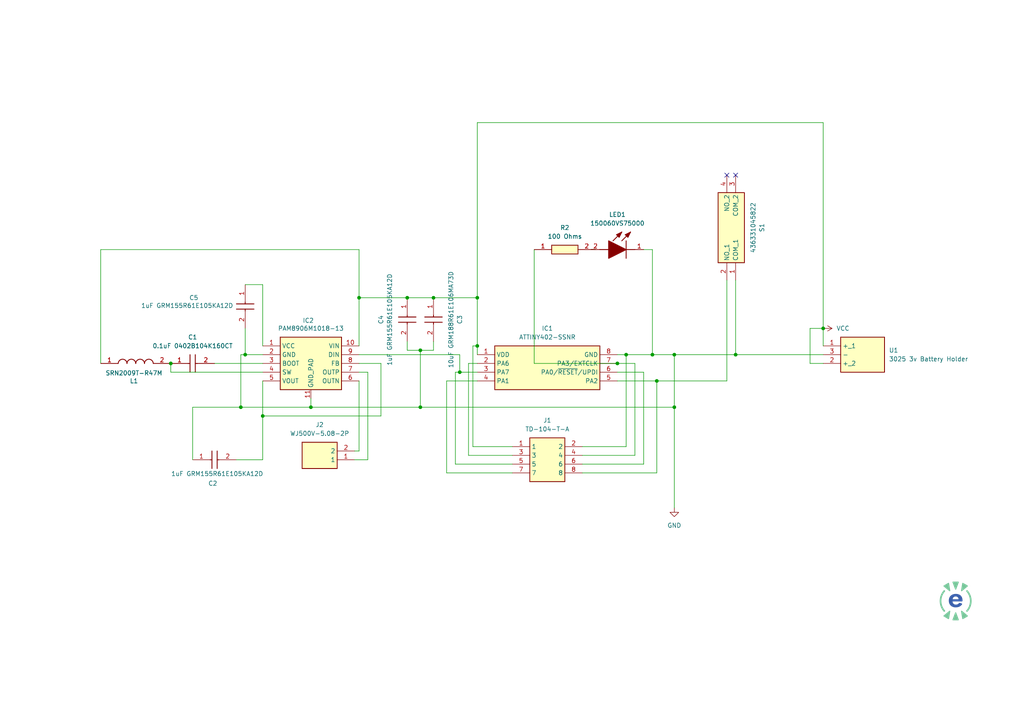
<source format=kicad_sch>
(kicad_sch (version 20231120) (generator "eeschema") (generator_version "8.0")
  (paper "A4")
  (title_block (title "Sound Defense Dev Board") (date "2024-11-14") (rev "v2.0") (company "Creative Engineering LLC") (comment 1 "creativeengineering.com") (comment 2 "Prepared by: Carl Ranieri") (comment 4 "Client: Mandy Howland"))
  (lib_symbols
    (symbol "SD_LIB:150060VS75000" (pin_names hide)
      (property "Reference" "LED" (at 12.7 8.89 0))
      (property "Value" "150060VS75000" (at 12.7 6.35 0))
      (symbol "150060VS75000_1_1"
        (pin passive line (at 0 0 0) (length 2.54) (name "K") (number "1"))
        (pin passive line (at 15.24 0 180) (length 2.54) (name "A") (number "2"))
      )
    )
    (symbol "SD_LIB:RC0402FR-07100RL" (pin_names hide)
      (property "Reference" "R" (at 13.97 6.35 0))
      (property "Value" "RC0402FR-07100RL" (at 13.97 3.81 0))
      (symbol "RC0402FR-07100RL_1_1"
        (pin passive line (at 0 0 0) (length 5.08) (name "1") (number "1"))
        (pin passive line (at 17.78 0 180) (length 5.08) (name "2") (number "2"))
      )
    )
    (symbol "Symbols:0402B104K160CT" (pin_names hide)
      (property "Reference" "C" (at 8.89 6.35 0))
      (property "Value" "0402B104K160CT" (at 8.89 3.81 0))
      (symbol "0402B104K160CT_1_1"
        (pin passive line (at 0 0 0) (length 5.08) (name "1") (number "1"))
        (pin passive line (at 12.7 0 180) (length 5.08) (name "2") (number "2"))
      )
    )
    (symbol "Symbols:3025"
      (property "Reference" "U" (at 19.05 7.62 0))
      (property "Value" "3025" (at 19.05 5.08 0))
      (symbol "3025_1_1"
        (pin passive line (at 0 0 0) (length 5.08) (name "+_1") (number "1"))
        (pin passive line (at 0 -5.08 0) (length 5.08) (name "+_2") (number "2"))
        (pin passive line (at 0 -2.54 0) (length 5.08) (name "-") (number "3"))
      )
    )
    (symbol "Symbols:436331045822"
      (property "Reference" "S" (at 26.67 7.62 0))
      (property "Value" "436331045822" (at 26.67 5.08 0))
      (symbol "436331045822_1_1"
        (pin passive line (at 30.48 0 180) (length 5.08) (name "COM_1") (number "1"))
        (pin passive line (at 30.48 -2.54 180) (length 5.08) (name "NO_1") (number "2"))
        (pin passive line (at 0 0 0) (length 5.08) (name "COM_2") (number "3"))
        (pin passive line (at 0 -2.54 0) (length 5.08) (name "NO_2") (number "4"))
      )
    )
    (symbol "Symbols:ATTINY402-SSNR"
      (property "Reference" "IC" (at 36.83 7.62 0))
      (property "Value" "ATTINY402-SSNR" (at 36.83 5.08 0))
      (symbol "ATTINY402-SSNR_1_1"
        (pin passive line (at 0 0 0) (length 5.08) (name "VDD") (number "1"))
        (pin passive line (at 0 -2.54 0) (length 5.08) (name "PA6") (number "2"))
        (pin passive line (at 0 -5.08 0) (length 5.08) (name "PA7") (number "3"))
        (pin passive line (at 0 -7.62 0) (length 5.08) (name "PA1") (number "4"))
        (pin passive line (at 40.64 -7.62 180) (length 5.08) (name "PA2") (number "5"))
        (pin passive line (at 40.64 -5.08 180) (length 5.08) (name "PA0/~{RESET}/UPDI") (number "6"))
        (pin passive line (at 40.64 -2.54 180) (length 5.08) (name "PA3/EXTCLK") (number "7"))
        (pin passive line (at 40.64 0 180) (length 5.08) (name "GND") (number "8"))
      )
    )
    (symbol "Symbols:GRM155R61E105KA12D" (pin_names hide)
      (property "Reference" "C" (at 8.89 6.35 0))
      (property "Value" "GRM155R61E105KA12D" (at 8.89 3.81 0))
      (symbol "GRM155R61E105KA12D_1_1"
        (pin passive line (at 0 0 0) (length 5.08) (name "1") (number "1"))
        (pin passive line (at 12.7 0 180) (length 5.08) (name "2") (number "2"))
      )
    )
    (symbol "Symbols:GRM188R61E106MA73D" (pin_names hide)
      (property "Reference" "C" (at 8.89 6.35 0))
      (property "Value" "GRM188R61E106MA73D" (at 8.89 3.81 0))
      (symbol "GRM188R61E106MA73D_1_1"
        (pin passive line (at 0 0 0) (length 5.08) (name "1") (number "1"))
        (pin passive line (at 12.7 0 180) (length 5.08) (name "2") (number "2"))
      )
    )
    (symbol "Symbols:PAM8906M1018-13"
      (property "Reference" "IC2" (at 13.208 7.366 0))
      (property "Value" "PAM8906M1018-13" (at 13.97 5.08 0))
      (symbol "PAM8906M1018-13_1_1"
        (pin passive line (at 0 0 0) (length 5.08) (name "VCC") (number "1"))
        (pin passive line (at 27.94 0 180) (length 5.08) (name "VIN") (number "10"))
        (pin input line (at 13.97 -15.24 90) (length 2.54) (name "GND_PAD") (number "11"))
        (pin passive line (at 0 -2.54 0) (length 5.08) (name "GND") (number "2"))
        (pin passive line (at 0 -5.08 0) (length 5.08) (name "BOOT") (number "3"))
        (pin passive line (at 0 -7.62 0) (length 5.08) (name "SW") (number "4"))
        (pin passive line (at 0 -10.16 0) (length 5.08) (name "VOUT") (number "5"))
        (pin passive line (at 27.94 -10.16 180) (length 5.08) (name "OUTN") (number "6"))
        (pin passive line (at 27.94 -7.62 180) (length 5.08) (name "OUTP") (number "7"))
        (pin passive line (at 27.94 -5.08 180) (length 5.08) (name "FB") (number "8"))
        (pin passive line (at 27.94 -2.54 180) (length 5.08) (name "DIN") (number "9"))
      )
    )
    (symbol "Symbols:SRN2009T-R47M" (pin_names hide)
      (property "Reference" "L" (at 16.51 6.35 0))
      (property "Value" "SRN2009T-R47M" (at 16.51 3.81 0))
      (symbol "SRN2009T-R47M_1_1"
        (pin passive line (at 0 0 0) (length 5.08) (name "1") (number "1"))
        (pin passive line (at 20.32 0 180) (length 5.08) (name "2") (number "2"))
      )
    )
    (symbol "Symbols:TD-104-T-A"
      (property "Reference" "J" (at 16.51 7.62 0))
      (property "Value" "TD-104-T-A" (at 16.51 5.08 0))
      (symbol "TD-104-T-A_1_1"
        (pin passive line (at 0 0 0) (length 5.08) (name "1") (number "1"))
        (pin passive line (at 20.32 0 180) (length 5.08) (name "2") (number "2"))
        (pin passive line (at 0 -2.54 0) (length 5.08) (name "3") (number "3"))
        (pin passive line (at 20.32 -2.54 180) (length 5.08) (name "4") (number "4"))
        (pin passive line (at 0 -5.08 0) (length 5.08) (name "5") (number "5"))
        (pin passive line (at 20.32 -5.08 180) (length 5.08) (name "6") (number "6"))
        (pin passive line (at 0 -7.62 0) (length 5.08) (name "7") (number "7"))
        (pin passive line (at 20.32 -7.62 180) (length 5.08) (name "8") (number "8"))
      )
    )
    (symbol "Symbols:WJ500V-5.08-2P"
      (property "Reference" "J" (at 16.51 7.62 0))
      (property "Value" "WJ500V-5.08-2P" (at 16.51 5.08 0))
      (symbol "WJ500V-5.08-2P_1_1"
        (pin passive line (at 0 0 0) (length 5.08) (name "1") (number "1"))
        (pin passive line (at 0 -2.54 0) (length 5.08) (name "2") (number "2"))
      )
    )
    (symbol "power:GND" (power) (pin_numbers hide) (pin_names (offset 0) hide)
      (property "Value" "GND" (at 0 -3.81 0))
      (symbol "GND_1_1"
        (pin power_in line (at 0 0 270) (length 0) (name "~") (number "1"))
      )
    )
    (symbol "power:VCC" (power) (pin_numbers hide) (pin_names (offset 0) hide)
      (property "Value" "VCC" (at 0 3.556 0))
      (symbol "VCC_1_1"
        (pin power_in line (at 0 0 90) (length 0) (name "~") (number "1"))
      )
    )
  )
  (junction (at 76.2 120.65))
  (junction (at 238.76 95.25))
  (junction (at 49.53 105.41))
  (junction (at 69.85 118.11))
  (junction (at 138.43 100.33))
  (junction (at 190.5 110.49))
  (junction (at 71.12 102.87))
  (junction (at 181.61 102.87))
  (junction (at 213.36 102.87))
  (junction (at 90.17 118.11))
  (junction (at 189.23 102.87))
  (junction (at 118.11 86.36))
  (junction (at 121.92 101.6))
  (junction (at 133.35 107.95))
  (junction (at 125.73 86.36))
  (junction (at 195.58 102.87))
  (junction (at 121.92 118.11))
  (junction (at 179.07 105.41))
  (junction (at 195.58 118.11))
  (junction (at 104.14 86.36))
  (junction (at 138.43 86.36))
  (no_connect (at 213.36 50.8))
  (no_connect (at 210.82 50.8))
  (wire (pts (xy 104.14 130.81) (xy 102.87 130.81)))
  (wire (pts (xy 189.23 72.39) (xy 189.23 102.87)))
  (wire (pts (xy 71.12 102.87) (xy 76.2 102.87)))
  (wire (pts (xy 125.73 86.36) (xy 138.43 86.36)))
  (wire (pts (xy 179.07 102.87) (xy 181.61 102.87)))
  (wire (pts (xy 104.14 110.49) (xy 104.14 130.81)))
  (wire (pts (xy 172.72 72.39) (xy 171.45 72.39)))
  (wire (pts (xy 104.14 86.36) (xy 118.11 86.36)))
  (wire (pts (xy 168.91 134.62) (xy 186.69 134.62)))
  (wire (pts (xy 234.95 105.41) (xy 234.95 95.25)))
  (wire (pts (xy 238.76 105.41) (xy 234.95 105.41)))
  (wire (pts (xy 190.5 137.16) (xy 190.5 110.49)))
  (wire (pts (xy 106.68 133.35) (xy 106.68 107.95)))
  (wire (pts (xy 76.2 120.65) (xy 110.49 120.65)))
  (wire (pts (xy 102.87 133.35) (xy 106.68 133.35)))
  (wire (pts (xy 210.82 110.49) (xy 190.5 110.49)))
  (wire (pts (xy 148.59 137.16) (xy 129.54 137.16)))
  (wire (pts (xy 238.76 35.56) (xy 238.76 95.25)))
  (wire (pts (xy 135.89 132.08) (xy 135.89 105.41)))
  (wire (pts (xy 138.43 100.33) (xy 138.43 102.87)))
  (wire (pts (xy 138.43 105.41) (xy 135.89 105.41)))
  (wire (pts (xy 106.68 107.95) (xy 104.14 107.95)))
  (wire (pts (xy 148.59 129.54) (xy 137.16 129.54)))
  (wire (pts (xy 137.16 129.54) (xy 137.16 100.33)))
  (wire (pts (xy 190.5 110.49) (xy 179.07 110.49)))
  (wire (pts (xy 195.58 102.87) (xy 195.58 118.11)))
  (wire (pts (xy 121.92 101.6) (xy 125.73 101.6)))
  (wire (pts (xy 168.91 129.54) (xy 181.61 129.54)))
  (wire (pts (xy 195.58 102.87) (xy 213.36 102.87)))
  (wire (pts (xy 168.91 132.08) (xy 184.15 132.08)))
  (wire (pts (xy 110.49 105.41) (xy 104.14 105.41)))
  (wire (pts (xy 76.2 100.33) (xy 76.2 82.55)))
  (wire (pts (xy 181.61 129.54) (xy 181.61 102.87)))
  (wire (pts (xy 213.36 81.28) (xy 213.36 102.87)))
  (wire (pts (xy 62.23 105.41) (xy 76.2 105.41)))
  (wire (pts (xy 90.17 115.57) (xy 90.17 118.11)))
  (wire (pts (xy 133.35 107.95) (xy 138.43 107.95)))
  (wire (pts (xy 76.2 120.65) (xy 76.2 110.49)))
  (wire (pts (xy 186.69 107.95) (xy 179.07 107.95)))
  (wire (pts (xy 186.69 72.39) (xy 189.23 72.39)))
  (wire (pts (xy 129.54 137.16) (xy 129.54 110.49)))
  (wire (pts (xy 49.53 105.41) (xy 49.53 107.95)))
  (wire (pts (xy 168.91 137.16) (xy 190.5 137.16)))
  (wire (pts (xy 104.14 86.36) (xy 104.14 100.33)))
  (wire (pts (xy 55.88 118.11) (xy 69.85 118.11)))
  (wire (pts (xy 121.92 118.11) (xy 195.58 118.11)))
  (wire (pts (xy 137.16 100.33) (xy 138.43 100.33)))
  (wire (pts (xy 29.21 105.41) (xy 29.21 72.39)))
  (wire (pts (xy 154.94 72.39) (xy 154.94 105.41)))
  (wire (pts (xy 121.92 101.6) (xy 121.92 118.11)))
  (wire (pts (xy 138.43 86.36) (xy 138.43 100.33)))
  (wire (pts (xy 55.88 133.35) (xy 55.88 118.11)))
  (wire (pts (xy 148.59 134.62) (xy 132.08 134.62)))
  (wire (pts (xy 76.2 82.55) (xy 71.12 82.55)))
  (wire (pts (xy 238.76 95.25) (xy 238.76 100.33)))
  (wire (pts (xy 132.08 107.95) (xy 133.35 107.95)))
  (wire (pts (xy 125.73 99.06) (xy 125.73 101.6)))
  (wire (pts (xy 76.2 107.95) (xy 49.53 107.95)))
  (wire (pts (xy 129.54 110.49) (xy 138.43 110.49)))
  (wire (pts (xy 132.08 134.62) (xy 132.08 107.95)))
  (wire (pts (xy 154.94 105.41) (xy 179.07 105.41)))
  (wire (pts (xy 179.07 105.41) (xy 184.15 105.41)))
  (wire (pts (xy 110.49 120.65) (xy 110.49 105.41)))
  (wire (pts (xy 104.14 102.87) (xy 133.35 102.87)))
  (wire (pts (xy 138.43 35.56) (xy 138.43 86.36)))
  (wire (pts (xy 133.35 102.87) (xy 133.35 107.95)))
  (wire (pts (xy 69.85 102.87) (xy 69.85 118.11)))
  (wire (pts (xy 69.85 118.11) (xy 90.17 118.11)))
  (wire (pts (xy 213.36 102.87) (xy 238.76 102.87)))
  (wire (pts (xy 104.14 72.39) (xy 104.14 86.36)))
  (wire (pts (xy 118.11 101.6) (xy 121.92 101.6)))
  (wire (pts (xy 195.58 118.11) (xy 195.58 147.32)))
  (wire (pts (xy 210.82 81.28) (xy 210.82 110.49)))
  (wire (pts (xy 90.17 118.11) (xy 121.92 118.11)))
  (wire (pts (xy 118.11 99.06) (xy 118.11 101.6)))
  (wire (pts (xy 184.15 132.08) (xy 184.15 105.41)))
  (wire (pts (xy 29.21 72.39) (xy 104.14 72.39)))
  (wire (pts (xy 68.58 133.35) (xy 76.2 133.35)))
  (wire (pts (xy 189.23 102.87) (xy 195.58 102.87)))
  (wire (pts (xy 186.69 134.62) (xy 186.69 107.95)))
  (wire (pts (xy 76.2 133.35) (xy 76.2 120.65)))
  (wire (pts (xy 234.95 95.25) (xy 238.76 95.25)))
  (wire (pts (xy 118.11 86.36) (xy 125.73 86.36)))
  (wire (pts (xy 71.12 102.87) (xy 69.85 102.87)))
  (wire (pts (xy 148.59 132.08) (xy 135.89 132.08)))
  (wire (pts (xy 238.76 35.56) (xy 138.43 35.56)))
  (wire (pts (xy 71.12 95.25) (xy 71.12 102.87)))
  (wire (pts (xy 181.61 102.87) (xy 189.23 102.87)))
  (polyline (pts (xy 275.4814 177.1289) (xy 275.4922 177.1313) (xy 275.503 177.1337) (xy 275.5126 177.1373) (xy 275.5234 177.1409) (xy 275.533 177.1457) (xy 275.5426 177.1517) (xy 275.551 177.1577) (xy 275.5594 177.1637) (xy 275.5678 177.1709) (xy 275.575 177.1793) (xy 275.5823 177.1865) (xy 275.5894 177.1949) (xy 275.5954 177.2045) (xy 275.6003 177.2141) (xy 275.6099 177.2333) (xy 275.6135 177.2441) (xy 275.6159 177.2537) (xy 275.6183 177.2645) (xy 275.6195 177.2753) (xy 275.6195 177.3078) (xy 275.6183 177.3185) (xy 275.2654 179.4347) (xy 275.2642 179.4455) (xy 275.257 179.4672) (xy 275.2534 179.4767) (xy 275.2486 179.4864) (xy 275.2426 179.496) (xy 275.2365 179.5056) (xy 275.2293 179.514) (xy 275.2221 179.5224) (xy 275.2137 179.5296) (xy 275.2065 179.5368) (xy 275.1969 179.544) (xy 275.1885 179.5488) (xy 275.1789 179.5548) (xy 275.1681 179.5596) (xy 275.1585 179.5632) (xy 275.1477 179.5668) (xy 275.1369 179.5692) (xy 275.1261 179.5716) (xy 275.1153 179.5728) (xy 275.0937 179.5728) (xy 275.0721 179.5704) (xy 275.0613 179.568) (xy 275.0505 179.5644) (xy 275.0397 179.5608) (xy 275.0301 179.556) (xy 275.0205 179.5512) (xy 273.7157 178.7974) (xy 273.7061 178.7914) (xy 273.6977 178.7854) (xy 273.6893 178.7782) (xy 273.6809 178.771) (xy 273.6737 178.7626) (xy 273.6665 178.7541) (xy 273.6605 178.7458) (xy 273.6545 178.7361) (xy 273.6497 178.7265) (xy 273.6449 178.7157) (xy 273.6413 178.7061) (xy 273.6377 178.6953) (xy 273.6353 178.6845) (xy 273.6329 178.6629) (xy 273.6329 178.6521) (xy 273.6341 178.6401) (xy 273.6365 178.6185) (xy 273.6401 178.6089) (xy 273.6473 178.5873) (xy 273.6521 178.5777) (xy 273.6569 178.5681) (xy 273.6629 178.5585) (xy 273.6701 178.5501) (xy 273.6773 178.5417) (xy 273.6845 178.5345) (xy 273.6929 178.5273) (xy 275.3494 177.1637) (xy 275.3578 177.1577) (xy 275.3674 177.1517) (xy 275.377 177.1457) (xy 275.3866 177.1409) (xy 275.3962 177.1373) (xy 275.407 177.1337) (xy 275.4166 177.1313) (xy 275.4274 177.1289) (xy 275.449 177.1265) (xy 275.4598 177.1265) (xy 275.4814 177.1289)) (stroke (width -0.0001) (type solid)) (fill (type color) (color 120 197 154 1)))
  (polyline (pts (xy 273.9606 171.1837) (xy 274.0038 171.2029) (xy 274.0434 171.2317) (xy 274.1034 171.3097) (xy 274.1202 171.3541) (xy 274.1274 171.4021) (xy 274.1142 171.4993) (xy 274.0662 171.5822) (xy 274.0314 171.623) (xy 273.9966 171.6638) (xy 273.9618 171.7058) (xy 273.9282 171.7478) (xy 273.8946 171.791) (xy 273.8622 171.8342) (xy 273.8298 171.8775) (xy 273.7673 171.9663) (xy 273.7373 172.0107) (xy 273.7073 172.0563) (xy 273.6497 172.1475) (xy 273.6221 172.1943) (xy 273.5945 172.2412) (xy 273.5681 172.288) (xy 273.5417 172.3348) (xy 273.5165 172.3828) (xy 273.4913 172.4308) (xy 273.4673 172.4788) (xy 273.4432 172.528) (xy 273.4204 172.5772) (xy 273.3988 172.6265) (xy 273.376 172.6757) (xy 273.3556 172.7261) (xy 273.3352 172.7753) (xy 273.316 172.8257) (xy 273.2968 172.8773) (xy 273.2776 172.9277) (xy 273.2608 172.9794) (xy 273.2428 173.031) (xy 273.2272 173.0814) (xy 273.2116 173.1342) (xy 273.196 173.1858) (xy 273.1816 173.2374) (xy 273.1684 173.2902) (xy 273.1552 173.3431) (xy 273.1432 173.3959) (xy 273.1312 173.4487) (xy 273.1204 173.5015) (xy 273.1108 173.5543) (xy 273.1012 173.6071) (xy 273.0915 173.6612) (xy 273.0843 173.7152) (xy 273.0759 173.768) (xy 273.0699 173.822) (xy 273.0579 173.93) (xy 273.0543 173.9828) (xy 273.0495 174.0369) (xy 273.0471 174.0909) (xy 273.0423 174.1989) (xy 273.0411 174.2541) (xy 273.0411 174.3621) (xy 273.0423 174.4162) (xy 273.0447 174.4702) (xy 273.0471 174.5242) (xy 273.0495 174.5782) (xy 273.0543 174.6322) (xy 273.0579 174.6862) (xy 273.0639 174.7403) (xy 273.0699 174.7931) (xy 273.0759 174.8471) (xy 273.0843 174.9011) (xy 273.0915 174.9539) (xy 273.1012 175.0079) (xy 273.1108 175.0607) (xy 273.1204 175.1136) (xy 273.1312 175.1676) (xy 273.1432 175.2204) (xy 273.1552 175.2732) (xy 273.1684 175.3248) (xy 273.1816 175.3776) (xy 273.196 175.4292) (xy 273.2116 175.4821) (xy 273.2272 175.5337) (xy 273.2428 175.5853) (xy 273.2608 175.6369) (xy 273.2776 175.6873) (xy 273.2968 175.7389) (xy 273.316 175.7893) (xy 273.3352 175.8398) (xy 273.3556 175.889) (xy 273.376 175.9394) (xy 273.3988 175.9886) (xy 273.4204 176.0378) (xy 273.4432 176.087) (xy 273.4673 176.1362) (xy 273.4913 176.1842) (xy 273.5165 176.2323) (xy 273.5417 176.2803) (xy 273.5681 176.3271) (xy 273.5945 176.3751) (xy 273.6221 176.4219) (xy 273.6497 176.4675) (xy 273.7073 176.5588) (xy 273.7373 176.6044) (xy 273.7673 176.6488) (xy 273.8298 176.7376) (xy 273.8946 176.824) (xy 273.9282 176.8672) (xy 273.9618 176.9093) (xy 273.9966 176.9513) (xy 274.0314 176.9921) (xy 274.0662 177.0329) (xy 274.1154 177.1169) (xy 274.1262 177.1637) (xy 274.1274 177.2129) (xy 274.1022 177.3078) (xy 274.077 177.3486) (xy 274.0434 177.3834) (xy 273.9582 177.4326) (xy 273.9126 177.4434) (xy 273.8634 177.4446) (xy 273.7697 177.4194) (xy 273.6929 177.3606) (xy 273.6557 177.3174) (xy 273.6197 177.2742) (xy 273.5837 177.2297) (xy 273.5477 177.1853) (xy 273.5129 177.1397) (xy 273.4781 177.0953) (xy 273.4432 177.0497) (xy 273.4108 177.0029) (xy 273.3772 176.9561) (xy 273.3448 176.9093) (xy 273.3136 176.8624) (xy 273.2824 176.8144) (xy 273.2224 176.7184) (xy 273.1924 176.6692) (xy 273.1636 176.62) (xy 273.136 176.5708) (xy 273.1084 176.5203) (xy 273.0807 176.4699) (xy 273.0543 176.4195) (xy 273.0291 176.3691) (xy 273.0039 176.3175) (xy 272.9799 176.2659) (xy 272.9559 176.2143) (xy 272.9331 176.1626) (xy 272.9103 176.1098) (xy 272.8887 176.057) (xy 272.8671 176.0042) (xy 272.8467 175.9514) (xy 272.8275 175.8986) (xy 272.8083 175.8446) (xy 272.7891 175.7905) (xy 272.7711 175.7365) (xy 272.7543 175.6825) (xy 272.7374 175.6273) (xy 272.7218 175.5733) (xy 272.7062 175.5181) (xy 272.6774 175.4076) (xy 272.6642 175.3524) (xy 272.6522 175.2972) (xy 272.6402 175.2408) (xy 272.6294 175.1856) (xy 272.6186 175.1292) (xy 272.609 175.0727) (xy 272.5994 175.0175) (xy 272.5922 174.9611) (xy 272.5838 174.9047) (xy 272.5766 174.8471) (xy 272.5706 174.7907) (xy 272.5646 174.7342) (xy 272.5598 174.6778) (xy 272.5562 174.6202) (xy 272.549 174.5074) (xy 272.5478 174.4498) (xy 272.5454 174.3934) (xy 272.5454 174.2217) (xy 272.5478 174.1653) (xy 272.549 174.1089) (xy 272.5526 174.0513) (xy 272.5562 173.9948) (xy 272.5598 173.9372) (xy 272.5646 173.8808) (xy 272.5706 173.8244) (xy 272.5766 173.768) (xy 272.5838 173.7116) (xy 272.5922 173.6551) (xy 272.5994 173.5987) (xy 272.609 173.5423) (xy 272.6186 173.4859) (xy 272.6294 173.4295) (xy 272.6402 173.3743) (xy 272.6522 173.3179) (xy 272.6642 173.2626) (xy 272.6774 173.2074) (xy 272.6918 173.1522) (xy 272.7062 173.097) (xy 272.7218 173.0418) (xy 272.7374 172.9878) (xy 272.7543 172.9325) (xy 272.7711 172.8785) (xy 272.7891 172.8245) (xy 272.8083 172.7705) (xy 272.8275 172.7177) (xy 272.8467 172.6637) (xy 272.8671 172.6109) (xy 272.8887 172.558) (xy 272.9103 172.5052) (xy 272.9331 172.4524) (xy 272.9559 172.4008) (xy 272.9799 172.3492) (xy 273.0039 172.2976) (xy 273.0291 172.246) (xy 273.0543 172.1955) (xy 273.0807 172.1451) (xy 273.136 172.0443) (xy 273.1636 171.9951) (xy 273.1924 171.9459) (xy 273.2224 171.8967) (xy 273.2524 171.8487) (xy 273.2824 171.8006) (xy 273.3136 171.7526) (xy 273.3448 171.7058) (xy 273.3772 171.659) (xy 273.4108 171.6122) (xy 273.4432 171.5666) (xy 273.4781 171.521) (xy 273.5477 171.4297) (xy 273.5837 171.3853) (xy 273.6197 171.3421) (xy 273.6557 171.2977) (xy 273.6929 171.2557) (xy 273.7697 171.1945) (xy 273.8141 171.1789) (xy 273.8634 171.1717) (xy 273.9606 171.1837)) (stroke (width -0.0001) (type solid)) (fill (type color) (color 120 197 154 1)))
  (polyline (pts (xy 277.3683 172.2615) (xy 277.5184 172.2724) (xy 277.6672 172.2916) (xy 277.8149 172.3204) (xy 277.9385 172.3516) (xy 278.0597 172.39) (xy 278.1774 172.4368) (xy 278.2914 172.492) (xy 278.4018 172.5556) (xy 278.5062 172.6277) (xy 278.6047 172.7081) (xy 278.6959 172.7969) (xy 278.7787 172.8929) (xy 278.8543 172.995) (xy 278.9204 173.103) (xy 278.978 173.217) (xy 279.0404 173.3659) (xy 279.0884 173.5207) (xy 279.1244 173.6779) (xy 279.1484 173.8376) (xy 279.1616 173.9984) (xy 279.1664 174.1605) (xy 279.1664 174.2049) (xy 279.164 174.2613) (xy 279.1604 174.2877) (xy 279.1544 174.3141) (xy 279.1448 174.3381) (xy 279.1316 174.3609) (xy 279.1148 174.3813) (xy 279.0956 174.3993) (xy 279.074 174.4149) (xy 279.05 174.427) (xy 279.0248 174.4366) (xy 278.9984 174.4426) (xy 278.972 174.445) (xy 276.2676 174.445) (xy 276.2808 174.5362) (xy 276.3 174.6262) (xy 276.324 174.715) (xy 276.3553 174.8015) (xy 276.3925 174.8855) (xy 276.4381 174.9659) (xy 276.4921 175.0403) (xy 276.5521 175.1075) (xy 276.6193 175.1676) (xy 276.6937 175.2192) (xy 276.773 175.2624) (xy 276.8582 175.2972) (xy 276.9458 175.3236) (xy 277.0358 175.3416) (xy 277.1271 175.3512) (xy 277.2195 175.3536) (xy 277.3371 175.35) (xy 277.4536 175.3368) (xy 277.5688 175.314) (xy 277.6816 175.2804) (xy 277.774 175.242) (xy 277.8617 175.194) (xy 277.9445 175.1375) (xy 278.0213 175.0727) (xy 278.0909 175.0019) (xy 278.1546 174.9251) (xy 278.1738 174.9035) (xy 278.1966 174.8843) (xy 278.2218 174.8687) (xy 278.2494 174.8579) (xy 278.2782 174.8507) (xy 278.307 174.8483) (xy 278.3358 174.8507) (xy 278.3646 174.8567) (xy 278.9096 175.0259) (xy 278.936 175.0367) (xy 278.96 175.0511) (xy 278.9816 175.0679) (xy 279.0008 175.0883) (xy 279.0164 175.1111) (xy 279.0284 175.1363) (xy 279.0368 175.1628) (xy 279.0416 175.1904) (xy 279.0416 175.218) (xy 279.0392 175.2456) (xy 279.032 175.272) (xy 279.0212 175.2972) (xy 279.0068 175.3212) (xy 278.9276 175.4244) (xy 278.8435 175.5229) (xy 278.7523 175.6153) (xy 278.6539 175.7005) (xy 278.5507 175.7785) (xy 278.4426 175.8505) (xy 278.3298 175.9142) (xy 278.1798 175.9838) (xy 278.0249 176.0402) (xy 277.8665 176.0846) (xy 277.7044 176.117) (xy 277.5412 176.1398) (xy 277.3767 176.1518) (xy 277.2123 176.1566) (xy 277.2099 176.1662) (xy 277.0562 176.1626) (xy 276.9038 176.1506) (xy 276.7526 176.129) (xy 276.6025 176.0966) (xy 276.4777 176.0618) (xy 276.3553 176.0198) (xy 276.2352 175.9682) (xy 276.12 175.9082) (xy 276.0084 175.8409) (xy 275.9015 175.7665) (xy 275.8007 175.6849) (xy 275.7071 175.5949) (xy 275.6206 175.4976) (xy 275.5402 175.3944) (xy 275.4682 175.2864) (xy 275.4058 175.1724) (xy 275.3458 175.0439) (xy 275.2954 174.9107) (xy 275.2581 174.7738) (xy 275.2293 174.6346) (xy 275.2089 174.4942) (xy 275.1969 174.3525) (xy 275.1933 174.2109) (xy 275.1969 174.0572) (xy 275.2101 173.9036) (xy 275.2268 173.798) (xy 276.2916 173.798) (xy 278.0284 173.798) (xy 278.0189 173.7056) (xy 278.0009 173.6131) (xy 277.9745 173.5231) (xy 277.9373 173.4367) (xy 277.8905 173.3551) (xy 277.8353 173.2794) (xy 277.774 173.2146) (xy 277.7056 173.157) (xy 277.6312 173.1078) (xy 277.5508 173.0682) (xy 277.4668 173.037) (xy 277.3803 173.0154) (xy 277.2915 173.0034) (xy 277.2015 172.9998) (xy 277.1043 173.0034) (xy 277.007 173.0142) (xy 276.911 173.0346) (xy 276.8186 173.0658) (xy 276.7298 173.1078) (xy 276.6469 173.1606) (xy 276.5833 173.2134) (xy 276.5257 173.2722) (xy 276.4753 173.337) (xy 276.4309 173.4067) (xy 276.3829 173.4991) (xy 276.3444 173.5963) (xy 276.3144 173.6959) (xy 276.2916 173.798) (xy 275.2268 173.798) (xy 275.2341 173.7512) (xy 275.2677 173.6011) (xy 275.305 173.4763) (xy 275.3518 173.3551) (xy 275.407 173.2362) (xy 275.4706 173.1222) (xy 275.5426 173.0142) (xy 275.623 172.9109) (xy 275.7107 172.8149) (xy 275.8067 172.7261) (xy 275.9087 172.6445) (xy 276.0168 172.5712) (xy 276.1296 172.5052) (xy 276.246 172.4476) (xy 276.3781 172.3948) (xy 276.5137 172.3504) (xy 276.6517 172.3156) (xy 276.7922 172.2904) (xy 276.9338 172.2724) (xy 277.0755 172.2615) (xy 277.2183 172.2579) (xy 277.3683 172.2615)) (stroke (width -0.0001) (type solid)) (fill (type color) (color 56 93 169 1)))
  (polyline (pts (xy 275.1153 169.0435) (xy 275.1261 169.0435) (xy 275.1369 169.0459) (xy 275.1477 169.0483) (xy 275.1585 169.0519) (xy 275.1681 169.0555) (xy 275.1789 169.0603) (xy 275.1885 169.0663) (xy 275.1969 169.0723) (xy 275.2065 169.0783) (xy 275.2137 169.0855) (xy 275.2221 169.0939) (xy 275.2293 169.1011) (xy 275.2365 169.1107) (xy 275.2425 169.1191) (xy 275.2485 169.1287) (xy 275.2533 169.1383) (xy 275.2569 169.1491) (xy 275.2605 169.1587) (xy 275.2641 169.1695) (xy 275.2653 169.1803) (xy 275.6182 171.2965) (xy 275.6194 171.3073) (xy 275.6194 171.3397) (xy 275.6182 171.3505) (xy 275.6158 171.3613) (xy 275.6134 171.3709) (xy 275.6098 171.3817) (xy 275.605 171.3913) (xy 275.6002 171.4009) (xy 275.5954 171.4105) (xy 275.5894 171.4201) (xy 275.5822 171.4285) (xy 275.575 171.4369) (xy 275.5678 171.4441) (xy 275.5594 171.4513) (xy 275.551 171.4585) (xy 275.5426 171.4633) (xy 275.533 171.4693) (xy 275.5234 171.4741) (xy 275.5126 171.4777) (xy 275.503 171.4813) (xy 275.4922 171.4849) (xy 275.4814 171.4861) (xy 275.4706 171.4885) (xy 275.4382 171.4885) (xy 275.4274 171.4861) (xy 275.4166 171.4849) (xy 275.407 171.4813) (xy 275.3962 171.4777) (xy 275.3866 171.4741) (xy 275.377 171.4693) (xy 275.3674 171.4633) (xy 275.3578 171.4573) (xy 275.3494 171.4513) (xy 273.6929 170.089) (xy 273.6845 170.0818) (xy 273.6773 170.0733) (xy 273.6701 170.065) (xy 273.6629 170.0565) (xy 273.6569 170.0469) (xy 273.6521 170.0373) (xy 273.6473 170.0277) (xy 273.6437 170.0169) (xy 273.6401 170.0073) (xy 273.6365 169.9965) (xy 273.6353 169.9857) (xy 273.6341 169.9749) (xy 273.6329 169.9641) (xy 273.6329 169.9521) (xy 273.6341 169.9413) (xy 273.6353 169.9305) (xy 273.6377 169.9197) (xy 273.6413 169.9101) (xy 273.6449 169.8993) (xy 273.6497 169.8897) (xy 273.6545 169.8789) (xy 273.6605 169.8705) (xy 273.6665 169.8609) (xy 273.6737 169.8525) (xy 273.6809 169.8441) (xy 273.6893 169.8369) (xy 273.6977 169.8297) (xy 273.7061 169.8237) (xy 273.7157 169.8177) (xy 275.0205 169.0651) (xy 275.0301 169.0591) (xy 275.0397 169.0543) (xy 275.0505 169.0507) (xy 275.0613 169.0483) (xy 275.0721 169.0459) (xy 275.0829 169.0435) (xy 275.0937 169.0423) (xy 275.1045 169.0423) (xy 275.1153 169.0435)) (stroke (width -0.0001) (type solid)) (fill (type color) (color 120 197 154 1)))
  (polyline (pts (xy 278.9168 177.1277) (xy 278.9276 177.1289) (xy 278.9384 177.1313) (xy 278.9492 177.1337) (xy 278.9684 177.1409) (xy 278.978 177.1457) (xy 278.9876 177.1517) (xy 278.9972 177.1577) (xy 279.0056 177.1637) (xy 280.662 178.5273) (xy 280.6705 178.5345) (xy 280.6777 178.5417) (xy 280.6848 178.5501) (xy 280.6921 178.5585) (xy 280.6981 178.5681) (xy 280.7029 178.5777) (xy 280.7077 178.5873) (xy 280.7125 178.5981) (xy 280.7161 178.6089) (xy 280.7185 178.6185) (xy 280.7209 178.6293) (xy 280.7221 178.6401) (xy 280.7221 178.6629) (xy 280.7209 178.6737) (xy 280.7197 178.6845) (xy 280.7173 178.6953) (xy 280.7137 178.7061) (xy 280.7101 178.7157) (xy 280.7065 178.7265) (xy 280.7005 178.7361) (xy 280.6957 178.7458) (xy 280.6885 178.7542) (xy 280.6813 178.7626) (xy 280.6741 178.771) (xy 280.6668 178.7782) (xy 280.6584 178.7854) (xy 280.6488 178.7914) (xy 280.6392 178.7974) (xy 279.3357 179.5512) (xy 279.3249 179.556) (xy 279.3153 179.5608) (xy 279.3057 179.5644) (xy 279.2949 179.568) (xy 279.2841 179.5704) (xy 279.2625 179.5728) (xy 279.2397 179.5728) (xy 279.2288 179.5716) (xy 279.218 179.5692) (xy 279.2072 179.5668) (xy 279.1976 179.5632) (xy 279.1868 179.5596) (xy 279.1772 179.5548) (xy 279.1676 179.5488) (xy 279.158 179.544) (xy 279.1496 179.5368) (xy 279.1412 179.5296) (xy 279.1328 179.5224) (xy 279.1256 179.514) (xy 279.1184 179.5056) (xy 279.1124 179.496) (xy 279.1028 179.4767) (xy 279.098 179.4672) (xy 279.0944 179.4563) (xy 279.092 179.4455) (xy 279.0896 179.4347) (xy 278.7379 177.3186) (xy 278.7367 177.3078) (xy 278.7355 177.2969) (xy 278.7355 177.2753) (xy 278.7379 177.2645) (xy 278.7391 177.2537) (xy 278.7427 177.2441) (xy 278.7463 177.2333) (xy 278.7499 177.2237) (xy 278.7547 177.2141) (xy 278.7607 177.2045) (xy 278.7655 177.1949) (xy 278.7727 177.1865) (xy 278.7799 177.1793) (xy 278.7871 177.1709) (xy 278.7955 177.1637) (xy 278.8039 177.1577) (xy 278.8135 177.1517) (xy 278.8231 177.1457) (xy 278.8327 177.1409) (xy 278.8423 177.1373) (xy 278.8531 177.1337) (xy 278.8627 177.1313) (xy 278.8735 177.1289) (xy 278.8844 177.1277) (xy 278.8952 177.1265) (xy 278.906 177.1265) (xy 278.9168 177.1277)) (stroke (width -0.0001) (type solid)) (fill (type color) (color 120 197 154 1)))
  (polyline (pts (xy 279.2733 169.0435) (xy 279.2949 169.0483) (xy 279.3057 169.0507) (xy 279.3153 169.0543) (xy 279.3249 169.0591) (xy 279.3357 169.0651) (xy 280.6392 169.8177) (xy 280.6585 169.8297) (xy 280.6669 169.8369) (xy 280.6741 169.8441) (xy 280.6813 169.8525) (xy 280.6885 169.8609) (xy 280.6957 169.8705) (xy 280.7005 169.8789) (xy 280.7065 169.8897) (xy 280.7101 169.8993) (xy 280.7137 169.9101) (xy 280.7173 169.9197) (xy 280.7197 169.9305) (xy 280.7221 169.9521) (xy 280.7221 169.9749) (xy 280.7209 169.9857) (xy 280.7185 169.9965) (xy 280.7161 170.0073) (xy 280.7125 170.0169) (xy 280.7077 170.0277) (xy 280.7029 170.0373) (xy 280.6981 170.0469) (xy 280.6921 170.0566) (xy 280.6849 170.0649) (xy 280.6777 170.0734) (xy 280.6705 170.0818) (xy 280.6621 170.089) (xy 279.0056 171.4513) (xy 278.9972 171.4573) (xy 278.9876 171.4633) (xy 278.978 171.4693) (xy 278.9684 171.4741) (xy 278.9588 171.4777) (xy 278.9492 171.4813) (xy 278.9384 171.4849) (xy 278.9276 171.4861) (xy 278.9168 171.4885) (xy 278.8844 171.4885) (xy 278.8736 171.4861) (xy 278.8628 171.4849) (xy 278.8532 171.4813) (xy 278.8424 171.4777) (xy 278.8327 171.4741) (xy 278.8231 171.4693) (xy 278.8135 171.4633) (xy 278.8039 171.4585) (xy 278.7955 171.4513) (xy 278.7871 171.4441) (xy 278.7799 171.4369) (xy 278.7727 171.4285) (xy 278.7655 171.4201) (xy 278.7607 171.4105) (xy 278.7547 171.4009) (xy 278.7499 171.3913) (xy 278.7463 171.3817) (xy 278.7427 171.3709) (xy 278.7391 171.3613) (xy 278.7379 171.3505) (xy 278.7355 171.3397) (xy 278.7355 171.3181) (xy 278.7367 171.3073) (xy 278.7379 171.2965) (xy 279.0896 169.1803) (xy 279.092 169.1695) (xy 279.0944 169.1587) (xy 279.098 169.1491) (xy 279.1028 169.1383) (xy 279.1076 169.1287) (xy 279.1124 169.1191) (xy 279.1184 169.1107) (xy 279.1256 169.1011) (xy 279.1412 169.0855) (xy 279.1496 169.0783) (xy 279.158 169.0723) (xy 279.1676 169.0663) (xy 279.1772 169.0603) (xy 279.1868 169.0555) (xy 279.1976 169.0519) (xy 279.2073 169.0483) (xy 279.2181 169.0459) (xy 279.2289 169.0435) (xy 279.2397 169.0435) (xy 279.2517 169.0423) (xy 279.2625 169.0423) (xy 279.2733 169.0435)) (stroke (width -0.0001) (type solid)) (fill (type color) (color 120 197 154 1)))
  (polyline (pts (xy 280.5408 171.1789) (xy 280.5852 171.1945) (xy 280.662 171.2557) (xy 280.6993 171.2977) (xy 280.7365 171.3421) (xy 280.7725 171.3853) (xy 280.8085 171.4297) (xy 280.8781 171.521) (xy 280.9117 171.5666) (xy 280.9453 171.6122) (xy 281.0101 171.7058) (xy 281.0413 171.7526) (xy 281.0726 171.8006) (xy 281.1038 171.8487) (xy 281.1338 171.8967) (xy 281.1914 171.9951) (xy 281.2202 172.0443) (xy 281.2478 172.0947) (xy 281.2742 172.1451) (xy 281.3006 172.1955) (xy 281.3258 172.246) (xy 281.351 172.2976) (xy 281.375 172.3492) (xy 281.399 172.4008) (xy 281.4231 172.4524) (xy 281.4447 172.5052) (xy 281.4663 172.558) (xy 281.4879 172.6109) (xy 281.5083 172.6637) (xy 281.5287 172.7177) (xy 281.5479 172.7705) (xy 281.5659 172.8245) (xy 281.5839 172.8785) (xy 281.6019 172.9325) (xy 281.6175 172.9878) (xy 281.6343 173.0418) (xy 281.6631 173.1522) (xy 281.6775 173.2074) (xy 281.6907 173.2626) (xy 281.7027 173.3179) (xy 281.7147 173.3743) (xy 281.7255 173.4295) (xy 281.7363 173.4859) (xy 281.7459 173.5423) (xy 281.7555 173.5987) (xy 281.764 173.6551) (xy 281.7784 173.768) (xy 281.7844 173.8244) (xy 281.7904 173.8808) (xy 281.7952 173.9372) (xy 281.8 173.9948) (xy 281.8024 174.0513) (xy 281.806 174.1089) (xy 281.8084 174.1653) (xy 281.8096 174.2217) (xy 281.8096 174.3934) (xy 281.8084 174.4498) (xy 281.806 174.5074) (xy 281.8024 174.5638) (xy 281.8 174.6202) (xy 281.7952 174.6778) (xy 281.7904 174.7342) (xy 281.7844 174.7907) (xy 281.7784 174.8471) (xy 281.7712 174.9047) (xy 281.764 174.9611) (xy 281.7555 175.0175) (xy 281.7459 175.0727) (xy 281.7363 175.1292) (xy 281.7255 175.1856) (xy 281.7147 175.2408) (xy 281.7027 175.2972) (xy 281.6907 175.3524) (xy 281.6775 175.4076) (xy 281.6487 175.5181) (xy 281.6343 175.5733) (xy 281.6175 175.6273) (xy 281.6019 175.6825) (xy 281.5839 175.7365) (xy 281.5659 175.7905) (xy 281.5479 175.8446) (xy 281.5287 175.8986) (xy 281.5083 175.9514) (xy 281.4879 176.0042) (xy 281.4663 176.057) (xy 281.4447 176.1098) (xy 281.4231 176.1626) (xy 281.399 176.2143) (xy 281.375 176.2659) (xy 281.351 176.3175) (xy 281.3258 176.3691) (xy 281.3006 176.4195) (xy 281.2742 176.4699) (xy 281.2478 176.5203) (xy 281.2202 176.5708) (xy 281.1914 176.62) (xy 281.1626 176.6692) (xy 281.1338 176.7184) (xy 281.1038 176.7664) (xy 281.0413 176.8624) (xy 281.0101 176.9093) (xy 280.9453 177.0029) (xy 280.9117 177.0497) (xy 280.8781 177.0953) (xy 280.8433 177.1397) (xy 280.8085 177.1853) (xy 280.7725 177.2297) (xy 280.7365 177.2742) (xy 280.6993 177.3174) (xy 280.662 177.3606) (xy 280.5864 177.4194) (xy 280.4916 177.4446) (xy 280.4436 177.4434) (xy 280.3968 177.4326) (xy 280.3127 177.3834) (xy 280.2791 177.3486) (xy 280.2527 177.3078) (xy 280.2287 177.2129) (xy 280.2287 177.1637) (xy 280.2395 177.1169) (xy 280.2887 177.0329) (xy 280.3247 176.9921) (xy 280.3596 176.9513) (xy 280.3932 176.9093) (xy 280.428 176.8672) (xy 280.4928 176.7808) (xy 280.5252 176.7376) (xy 280.5876 176.6488) (xy 280.6176 176.6044) (xy 280.6476 176.5588) (xy 280.7341 176.4219) (xy 280.7605 176.3751) (xy 280.7881 176.3271) (xy 280.8133 176.2803) (xy 280.8397 176.2323) (xy 280.8637 176.1842) (xy 280.8877 176.1362) (xy 280.9117 176.087) (xy 280.9345 176.0378) (xy 280.9573 175.9886) (xy 280.9789 175.9394) (xy 280.9993 175.889) (xy 281.0197 175.8398) (xy 281.0401 175.7893) (xy 281.0594 175.7389) (xy 281.0774 175.6873) (xy 281.0954 175.6369) (xy 281.1122 175.5853) (xy 281.1278 175.5337) (xy 281.1446 175.4821) (xy 281.159 175.4292) (xy 281.1734 175.3776) (xy 281.1866 175.3248) (xy 281.1998 175.2732) (xy 281.2118 175.2204) (xy 281.2238 175.1676) (xy 281.2346 175.1136) (xy 281.2454 175.0607) (xy 281.255 175.0079) (xy 281.2634 174.9539) (xy 281.2718 174.9011) (xy 281.279 174.8471) (xy 281.285 174.7931) (xy 281.2922 174.7403) (xy 281.297 174.6862) (xy 281.3018 174.6322) (xy 281.3054 174.5782) (xy 281.309 174.5242) (xy 281.3114 174.4702) (xy 281.3138 174.3621) (xy 281.3138 174.2541) (xy 281.3126 174.1989) (xy 281.3114 174.1449) (xy 281.309 174.0909) (xy 281.3054 174.0369) (xy 281.3018 173.9828) (xy 281.297 173.93) (xy 281.2922 173.876) (xy 281.285 173.822) (xy 281.279 173.768) (xy 281.2718 173.7152) (xy 281.2634 173.6612) (xy 281.255 173.6071) (xy 281.2454 173.5543) (xy 281.2346 173.5015) (xy 281.2238 173.4487) (xy 281.2118 173.3959) (xy 281.1998 173.3431) (xy 281.1866 173.2902) (xy 281.1734 173.2374) (xy 281.159 173.1858) (xy 281.1446 173.1342) (xy 281.1278 173.0814) (xy 281.1122 173.031) (xy 281.0954 172.9794) (xy 281.0774 172.9277) (xy 281.0594 172.8773) (xy 281.0401 172.8257) (xy 281.0197 172.7753) (xy 280.9993 172.7261) (xy 280.9789 172.6757) (xy 280.9573 172.6265) (xy 280.9345 172.5772) (xy 280.9117 172.528) (xy 280.8877 172.4788) (xy 280.8637 172.4308) (xy 280.8397 172.3828) (xy 280.8133 172.3348) (xy 280.7881 172.288) (xy 280.7605 172.2412) (xy 280.7341 172.1943) (xy 280.7053 172.1475) (xy 280.6476 172.0563) (xy 280.6176 172.0107) (xy 280.5876 171.9663) (xy 280.5252 171.8775) (xy 280.4928 171.8342) (xy 280.428 171.7478) (xy 280.3932 171.7058) (xy 280.3596 171.6638) (xy 280.3247 171.623) (xy 280.2887 171.5822) (xy 280.2407 171.4993) (xy 280.2287 171.4021) (xy 280.2359 171.3541) (xy 280.2515 171.3097) (xy 280.3127 171.2317) (xy 280.3512 171.2029) (xy 280.3944 171.1837) (xy 280.4916 171.1717) (xy 280.5408 171.1789)) (stroke (width -0.0001) (type solid)) (fill (type color) (color 120 197 154 1)))
  (polyline (pts (xy 277.9529 168.6894) (xy 277.9745 168.6942) (xy 277.9853 168.6978) (xy 277.9949 168.7014) (xy 278.0045 168.7062) (xy 278.0141 168.711) (xy 278.0333 168.723) (xy 278.0417 168.7302) (xy 278.0489 168.7386) (xy 278.0561 168.7458) (xy 278.0633 168.7554) (xy 278.0693 168.7638) (xy 278.0753 168.7734) (xy 278.0801 168.783) (xy 278.0849 168.7938) (xy 278.0885 168.8034) (xy 278.0909 168.8142) (xy 278.0957 168.8358) (xy 278.0957 168.8682) (xy 278.0945 168.8802) (xy 278.0921 168.891) (xy 278.0885 168.9006) (xy 278.0861 168.9114) (xy 277.3323 170.9196) (xy 277.3287 170.9304) (xy 277.3239 170.94) (xy 277.3179 170.9496) (xy 277.3119 170.958) (xy 277.3059 170.9664) (xy 277.2987 170.9748) (xy 277.2903 170.982) (xy 277.2831 170.9892) (xy 277.2735 170.9964) (xy 277.2651 171.0024) (xy 277.2555 171.0072) (xy 277.2363 171.0168) (xy 277.2255 171.0204) (xy 277.2147 171.0228) (xy 277.2051 171.0252) (xy 277.1943 171.0264) (xy 277.1835 171.0276) (xy 277.1727 171.0276) (xy 277.1619 171.0264) (xy 277.1511 171.0252) (xy 277.1295 171.0204) (xy 277.1199 171.0168) (xy 277.1091 171.012) (xy 277.0899 171.0024) (xy 277.0815 170.9964) (xy 277.073 170.9892) (xy 277.0646 170.982) (xy 277.0574 170.9748) (xy 277.0502 170.9664) (xy 277.043 170.958) (xy 277.037 170.9496) (xy 277.0322 170.94) (xy 277.0274 170.9304) (xy 277.0226 170.9196) (xy 276.27 168.9114) (xy 276.2664 168.9006) (xy 276.2628 168.891) (xy 276.2616 168.8802) (xy 276.2604 168.8682) (xy 276.2592 168.8574) (xy 276.2592 168.8466) (xy 276.2616 168.825) (xy 276.264 168.8142) (xy 276.2664 168.8034) (xy 276.27 168.7938) (xy 276.2748 168.783) (xy 276.2796 168.7734) (xy 276.2856 168.7638) (xy 276.2916 168.7554) (xy 276.2988 168.7458) (xy 276.306 168.7386) (xy 276.3144 168.7302) (xy 276.3228 168.723) (xy 276.3312 168.717) (xy 276.3409 168.711) (xy 276.3504 168.7062) (xy 276.3601 168.7014) (xy 276.3709 168.6978) (xy 276.3805 168.6942) (xy 276.4021 168.6894) (xy 276.4141 168.6882) (xy 277.9421 168.6882) (xy 277.9529 168.6894)) (stroke (width -0.0001) (type solid)) (fill (type color) (color 120 197 154 1)))
  (polyline (pts (xy 277.2051 177.5898) (xy 277.2147 177.5922) (xy 277.2255 177.5958) (xy 277.2363 177.5982) (xy 277.2555 177.6078) (xy 277.2651 177.6126) (xy 277.2735 177.6186) (xy 277.2831 177.6258) (xy 277.2903 177.633) (xy 277.2987 177.6402) (xy 277.3059 177.6486) (xy 277.3119 177.657) (xy 277.3179 177.6667) (xy 277.3239 177.6751) (xy 277.3287 177.6859) (xy 277.3323 177.6955) (xy 278.0861 179.7036) (xy 278.0885 179.7144) (xy 278.0921 179.7252) (xy 278.0945 179.736) (xy 278.0957 179.7468) (xy 278.0957 179.7792) (xy 278.0909 179.8008) (xy 278.0885 179.8116) (xy 278.0849 179.8225) (xy 278.0801 179.8321) (xy 278.0753 179.8417) (xy 278.0633 179.8609) (xy 278.0561 179.8693) (xy 278.0489 179.8777) (xy 278.0417 179.8849) (xy 278.0333 179.8921) (xy 278.0237 179.8981) (xy 278.0141 179.9041) (xy 278.0045 179.9089) (xy 277.9853 179.9185) (xy 277.9745 179.9209) (xy 277.9529 179.9257) (xy 277.9421 179.9269) (xy 276.4141 179.9269) (xy 276.4021 179.9257) (xy 276.3805 179.9209) (xy 276.3709 179.9185) (xy 276.3601 179.9137) (xy 276.3504 179.9089) (xy 276.3409 179.9041) (xy 276.3312 179.8981) (xy 276.3228 179.8921) (xy 276.3144 179.8849) (xy 276.306 179.8777) (xy 276.2988 179.8693) (xy 276.2916 179.8609) (xy 276.2856 179.8513) (xy 276.2796 179.8417) (xy 276.2748 179.8321) (xy 276.27 179.8225) (xy 276.2664 179.8116) (xy 276.264 179.8008) (xy 276.2616 179.79) (xy 276.2592 179.7684) (xy 276.2592 179.7576) (xy 276.2616 179.736) (xy 276.2628 179.7252) (xy 276.2664 179.7144) (xy 276.27 179.7036) (xy 277.0226 177.6955) (xy 277.0274 177.6859) (xy 277.0322 177.6751) (xy 277.037 177.6667) (xy 277.043 177.657) (xy 277.0502 177.6486) (xy 277.0574 177.6402) (xy 277.0646 177.633) (xy 277.073 177.6258) (xy 277.0815 177.6186) (xy 277.0899 177.6126) (xy 277.1091 177.603) (xy 277.1199 177.5982) (xy 277.1295 177.5958) (xy 277.1403 177.5922) (xy 277.1511 177.5898) (xy 277.1619 177.5886) (xy 277.1943 177.5886) (xy 277.2051 177.5898)) (stroke (width -0.0001) (type solid)) (fill (type color) (color 120 197 154 1)))
  (symbol (lib_id "Symbols:TD-104-T-A") (at 148.59 129.54 0) (unit 1)
    (property "Reference" "J1" (at 158.75 121.92 0))
    (property "Value" "TD-104-T-A" (at 158.75 124.46 0))
    (property "Footprint" "SD-HEAD:SAMTEC_TD-104-T-A" (effects (hide yes)))
    (property "Description" "CONN RECEPTACLE, 2.54MM, THT VERT, 8WAY" (effects (hide yes)))
    (property "Manufacturer_Name" "SAMTEC" (effects (hide yes)))
    (property "Manufacturer_Part_Number" "TD-104-T-A" (effects (hide yes)))
    (property "Arrow Part Number" "TD-104-T-A" (effects (hide yes)))
    (property "Arrow Price/Stock" "https://www.arrow.com/en/products/td-104-t-a/samtec" (effects (hide yes)))
  )
  (symbol (lib_id "Symbols:0402B104K160CT") (at 49.53 105.41 0) (unit 1)
    (property "Reference" "C1" (at 55.88 97.79 0))
    (property "Value" "0.1uF 0402B104K160CT" (at 55.88 100.33 0))
    (property "Footprint" "SD-01-CAP:CAPC1005X55N" (effects (hide yes)))
    (property "Datasheet" "https://componentsearchengine.com/Datasheets/2/0402B104K160CT.pdf" (effects (hide yes)))
    (property "Description" "Multilayer Ceramic Capacitors MLCC - SMD/SMT 0.1 uF 10% 16V" (effects (hide yes)))
    (property "Height" "0.55" (effects (hide yes)))
    (property "Manufacturer_Name" "Walsin Technology Corporation" (effects (hide yes)))
    (property "Manufacturer_Part_Number" "0402B104K160CT" (effects (hide yes)))
    (property "Mouser Part Number" "791-0402B104K160CT" (effects (hide yes)))
    (property "Mouser Price/Stock" "https://www.mouser.co.uk/ProductDetail/Walsin/0402B104K160CT?qs=fIkAfuXiAQJ1PS4dYXnTSQ%3D%3D" (effects (hide yes)))
  )
  (symbol (lib_id "power:VCC") (at 238.76 95.25 270) (unit 1)
    (property "Reference" "#PWR02" (effects (hide yes)))
    (property "Value" "VCC" (at 242.57 95.2499 90) (effects (justify left)))
    (property "Description" "Power symbol creates a global label with name \"VCC\"" (effects (hide yes)))
  )
  (symbol (lib_id "SD_LIB:RC0402FR-07100RL") (at 154.94 72.39 0) (unit 1)
    (property "Reference" "R2" (at 163.83 66.04 0))
    (property "Value" "100 Ohms" (at 163.83 68.58 0))
    (property "Footprint" "SD-RES:RESC1005X40N" (effects (hide yes)))
    (property "Datasheet" "https://www.yageo.com/upload/media/product/productsearch/datasheet/rchip/PYu-RC_Group_51_RoHS_L_10.pdf" (effects (hide yes)))
    (property "Description" "ic" (effects (hide yes)))
    (property "Height" "0.4" (effects (hide yes)))
    (property "Manufacturer_Name" "YAGEO" (effects (hide yes)))
    (property "Manufacturer_Part_Number" "RC0402FR-07100RL" (effects (hide yes)))
    (property "Mouser Part Number" "603-RC0402FR-07100RL" (effects (hide yes)))
    (property "Mouser Price/Stock" "https://www.mouser.co.uk/ProductDetail/YAGEO/RC0402FR-07100RL?qs=V1yeUXFNrknwaJOOZ4yDtg%3D%3D" (effects (hide yes)))
    (property "Arrow Part Number" "RC0402FR-07100RL" (effects (hide yes)))
    (property "Arrow Price/Stock" "https://www.arrow.com/en/products/rc0402fr-07100rl/yageo?region=nac" (effects (hide yes)))
  )
  (symbol (lib_id "SD_LIB:150060VS75000") (at 186.69 72.39 0) (mirror y) (unit 1)
    (property "Reference" "LED1" (at 179.07 62.23 0))
    (property "Value" "150060VS75000" (at 179.07 64.77 0))
    (property "Footprint" "LED:LEDC1608X80N" (effects (hide yes)))
    (property "Datasheet" "https://componentsearchengine.com/Datasheets/2/150060VS75000.pdf" (effects (hide yes)))
    (property "Description" "2.4 V Green LED 1608 (0603) SMD, Wurth Elektronik WL-SMCW 150060VS75000" (effects (hide yes)))
    (property "Height" "0.8" (effects (hide yes)))
    (property "Manufacturer_Name" "Wurth Elektronik" (effects (hide yes)))
    (property "Manufacturer_Part_Number" "150060VS75000" (effects (hide yes)))
    (property "Mouser Part Number" "710-150060VS75000" (effects (hide yes)))
    (property "Mouser Price/Stock" "https://www.mouser.co.uk/ProductDetail/Wurth-Elektronik/150060VS75000?qs=LlUlMxKIyB1Q1Bi5mQ%2FKLw%3D%3D" (effects (hide yes)))
  )
  (symbol (lib_id "Symbols:PAM8906M1018-13") (at 76.2 100.33 0) (unit 1)
    (property "Reference" "IC2" (at 89.408 92.964 0))
    (property "Value" "PAM8906M1018-13" (at 90.17 95.25 0))
    (property "Footprint" "SD-PAM:SOP50P490X110-10N" (effects (hide yes)))
    (property "Datasheet" "https://www.diodes.com/assets/Datasheets/PAM8906.pdf" (effects (hide yes)))
    (property "Description" "Audio Amplifiers Audio Low Volt MSOP-10 T&R 2.5K" (effects (hide yes)))
    (property "Height" "1.1" (effects (hide yes)))
    (property "Manufacturer_Name" "Diodes Incorporated" (effects (hide yes)))
    (property "Manufacturer_Part_Number" "PAM8906M1018-13" (effects (hide yes)))
    (property "Mouser Part Number" "621-PAM8906M1018-13" (effects (hide yes)))
    (property "Mouser Price/Stock" "https://www.mouser.co.uk/ProductDetail/Diodes-Incorporated/PAM8906M1018-13?qs=amGC7iS6iy89BpBhX%252BV0cg%3D%3D" (effects (hide yes)))
  )
  (symbol (lib_id "Symbols:WJ500V-5.08-2P") (at 102.87 133.35 180) (unit 1)
    (property "Reference" "J2" (at 92.71 123.19 0))
    (property "Value" "WJ500V-5.08-2P" (at 92.71 125.73 0))
    (property "Footprint" "SD-SCR-TERM:WJ500V5082P" (effects (hide yes)))
    (property "Datasheet" "https://datasheet.lcsc.com/szlcsc/1912251636_Ningbo-Kangnex-Elec-WJ500V-5-08-2P_C8465.pdf" (effects (hide yes)))
    (property "Description" "P=5.08mm Screw terminal" (effects (hide yes)))
    (property "Height" "14.2" (effects (hide yes)))
    (property "Manufacturer_Name" "Ningbo Kangnex" (effects (hide yes)))
    (property "Manufacturer_Part_Number" "WJ500V-5.08-2P" (effects (hide yes)))
  )
  (symbol (lib_id "Symbols:GRM155R61E105KA12D") (at 55.88 133.35 0) (unit 1)
    (property "Reference" "C2" (at 61.722 140.208 0))
    (property "Value" "1uF GRM155R61E105KA12D" (at 62.992 137.414 0))
    (property "Footprint" "SD-CAP1:CAPC1005X55N" (effects (hide yes)))
    (property "Datasheet" "http://www.murata.com/~/media/webrenewal/support/library/catalog/products/capacitor/mlcc/c02e.pdf" (effects (hide yes)))
    (property "Description" "MURATA - GRM155R61E105KA12D - CAP, MLCC, X5R, 1UF, 25V, 0402" (effects (hide yes)))
    (property "Height" "0.55" (effects (hide yes)))
    (property "Manufacturer_Name" "Murata Electronics" (effects (hide yes)))
    (property "Manufacturer_Part_Number" "GRM155R61E105KA12D" (effects (hide yes)))
    (property "Mouser Part Number" "81-GRM155R61E105KA2D" (effects (hide yes)))
    (property "Mouser Price/Stock" "https://www.mouser.co.uk/ProductDetail/Murata-Electronics/GRM155R61E105KA12D?qs=hiffU4J9V6bE4a81t2Mv5A%3D%3D" (effects (hide yes)))
    (property "Arrow Part Number" "GRM155R61E105KA12D" (effects (hide yes)))
    (property "Arrow Price/Stock" "https://www.arrow.com/en/products/grm155r61e105ka12d/murata-manufacturing?region=nac" (effects (hide yes)))
  )
  (symbol (lib_id "Symbols:GRM155R61E105KA12D") (at 71.12 82.55 270) (unit 1)
    (property "Reference" "C5" (at 54.864 86.36 90) (effects (justify left)))
    (property "Value" "1uF GRM155R61E105KA12D" (at 40.894 88.646 90) (effects (justify left)))
    (property "Footprint" "SD-CAP1:CAPC1005X55N" (effects (hide yes)))
    (property "Datasheet" "http://www.murata.com/~/media/webrenewal/support/library/catalog/products/capacitor/mlcc/c02e.pdf" (effects (hide yes)))
    (property "Description" "MURATA - GRM155R61E105KA12D - CAP, MLCC, X5R, 1UF, 25V, 0402" (effects (hide yes)))
    (property "Height" "0.55" (effects (hide yes)))
    (property "Manufacturer_Name" "Murata Electronics" (effects (hide yes)))
    (property "Manufacturer_Part_Number" "GRM155R61E105KA12D" (effects (hide yes)))
    (property "Mouser Part Number" "81-GRM155R61E105KA2D" (effects (hide yes)))
    (property "Mouser Price/Stock" "https://www.mouser.co.uk/ProductDetail/Murata-Electronics/GRM155R61E105KA12D?qs=hiffU4J9V6bE4a81t2Mv5A%3D%3D" (effects (hide yes)))
    (property "Arrow Part Number" "GRM155R61E105KA12D" (effects (hide yes)))
    (property "Arrow Price/Stock" "https://www.arrow.com/en/products/grm155r61e105ka12d/murata-manufacturing?region=nac" (effects (hide yes)))
  )
  (symbol (lib_id "Symbols:3025") (at 238.76 100.33 0) (unit 1)
    (property "Reference" "U1" (at 257.81 101.5999 0) (effects (justify left)))
    (property "Value" "3025 3v Battery Holder" (at 257.81 104.1399 0) (effects (justify left)))
    (property "Footprint" "SD-BAT-HOL:3025" (effects (hide yes)))
    (property "Datasheet" "https://www.keyelco.com/product-pdf.cfm?p=740" (effects (hide yes)))
    (property "Description" "Coin Cell Battery Holders THM COIN CELL CLIP FOR (2) 2032" (effects (hide yes)))
    (property "Height" "7.75" (effects (hide yes)))
    (property "Manufacturer_Name" "Keystone Electronics" (effects (hide yes)))
    (property "Manufacturer_Part_Number" "3025" (effects (hide yes)))
    (property "Mouser Part Number" "534-3025" (effects (hide yes)))
    (property "Mouser Price/Stock" "https://www.mouser.co.uk/ProductDetail/Keystone-Electronics/3025?qs=F3SQOOfR3Vt%252BCgjaGDhpOQ%3D%3D" (effects (hide yes)))
  )
  (symbol (lib_id "Symbols:ATTINY402-SSNR") (at 138.43 102.87 0) (unit 1)
    (property "Reference" "IC1" (at 158.75 95.25 0))
    (property "Value" "ATTINY402-SSNR" (at 158.75 97.79 0))
    (property "Footprint" "SD-ATTINY:SOIC127P600X175-8N" (effects (hide yes)))
    (property "Datasheet" "https://www.microchip.com/" (effects (hide yes)))
    (property "Description" "MCU 8-bit AVR RISC 4KB Flash 3.3V/5V 8-Pin SOIC W T/R" (effects (hide yes)))
    (property "Height" "1.75" (effects (hide yes)))
    (property "Manufacturer_Name" "Microchip" (effects (hide yes)))
    (property "Manufacturer_Part_Number" "ATTINY402-SSNR" (effects (hide yes)))
    (property "Mouser Part Number" "579-ATTINY402-SSNR" (effects (hide yes)))
    (property "Mouser Price/Stock" "https://www.mouser.co.uk/ProductDetail/Microchip-Technology/ATTINY402-SSNR?qs=y6ZabgHbY%252ByACmf8rx9w5A%3D%3D" (effects (hide yes)))
    (property "Arrow Part Number" "ATTINY402-SSNR" (effects (hide yes)))
    (property "Arrow Price/Stock" "https://www.arrow.com/en/products/attiny402-ssnr/microchip-technology?region=nac" (effects (hide yes)))
  )
  (symbol (lib_id "Symbols:436331045822") (at 213.36 50.8 270) (unit 1)
    (property "Reference" "S1" (at 220.98 66.04 0))
    (property "Value" "436331045822" (at 218.44 66.04 0))
    (property "Footprint" "SD-SWI:436331045822" (effects (hide yes)))
    (property "Datasheet" "https://www.we-online.com/components/products/datasheet/436331045822.pdf" (effects (hide yes)))
    (property "Description" "Black Tactile Switch, NO 50 mA@ 12 V dc 2.6mm Surface Mount" (effects (hide yes)))
    (property "Height" "1.65" (effects (hide yes)))
    (property "Manufacturer_Name" "Wurth Elektronik" (effects (hide yes)))
    (property "Manufacturer_Part_Number" "436331045822" (effects (hide yes)))
    (property "Mouser Part Number" "710-436331045822" (effects (hide yes)))
    (property "Mouser Price/Stock" "https://www.mouser.co.uk/ProductDetail/Wurth-Elektronik/436331045822?qs=wr8lucFkNMXz9UbduBxtIQ%3D%3D" (effects (hide yes)))
  )
  (symbol (lib_id "power:GND") (at 195.58 147.32 0) (unit 1)
    (property "Reference" "#PWR01" (effects (hide yes)))
    (property "Value" "GND" (at 195.58 152.4 0))
    (property "Description" "Power symbol creates a global label with name \"GND\" , ground" (effects (hide yes)))
  )
  (symbol (lib_id "Symbols:GRM188R61E106MA73D") (at 125.73 86.36 270) (unit 1)
    (property "Reference" "C3" (at 133.35 92.71 0))
    (property "Value" "10uF GRM188R61E106MA73D" (at 130.81 92.71 0))
    (property "Footprint" "SD-CAP-10:CAPC1608X90N" (effects (hide yes)))
    (property "Datasheet" "https://psearch.en.murata.com/capacitor/product/GRM188R61E106MA73%23.html" (effects (hide yes)))
    (property "Description" "Multilayer Ceramic Capacitors MLCC - SMD/SMT 0603 10uF 25volts X5R 20%" (effects (hide yes)))
    (property "Height" "0.9" (effects (hide yes)))
    (property "Manufacturer_Name" "Murata Electronics" (effects (hide yes)))
    (property "Manufacturer_Part_Number" "GRM188R61E106MA73D" (effects (hide yes)))
    (property "Mouser Part Number" "81-GRM188R61E106MA3D" (effects (hide yes)))
    (property "Mouser Price/Stock" "https://www.mouser.co.uk/ProductDetail/Murata-Electronics/GRM188R61E106MA73D?qs=PoXZt%252B2CjACpktoD15Kv0Q%3D%3D" (effects (hide yes)))
    (property "Arrow Part Number" "GRM188R61E106MA73D" (effects (hide yes)))
    (property "Arrow Price/Stock" "https://www.arrow.com/en/products/grm188r61e106ma73d/murata-manufacturing?region=nac" (effects (hide yes)))
  )
  (symbol (lib_id "Symbols:SRN2009T-R47M") (at 29.21 105.41 0) (unit 1)
    (property "Reference" "L1" (at 38.862 110.49 0))
    (property "Value" "SRN2009T-R47M" (at 38.862 108.204 0))
    (property "Footprint" "SD-IND:INDC2016X95N" (effects (hide yes)))
    (property "Datasheet" "https://componentsearchengine.com/Datasheets/1/SRN2009T-R47M.pdf" (effects (hide yes)))
    (property "Description" "Inductor Power Semi-Shielded Wirewound 470nH 20% 1MHz 25Q-Factor Ferrite 2A 38mOhm DCR 0806 T/R" (effects (hide yes)))
    (property "Height" "0.95" (effects (hide yes)))
    (property "Manufacturer_Name" "Bourns" (effects (hide yes)))
    (property "Manufacturer_Part_Number" "SRN2009T-R47M" (effects (hide yes)))
    (property "Mouser Part Number" "652-SRN2009T-R47M" (effects (hide yes)))
    (property "Mouser Price/Stock" "https://www.mouser.co.uk/ProductDetail/Bourns/SRN2009T-R47M?qs=xhbEVWpZdWfg36AS4swllw%3D%3D" (effects (hide yes)))
    (property "Arrow Part Number" "SRN2009T-R47M" (effects (hide yes)))
    (property "Arrow Price/Stock" "https://www.arrow.com/en/products/srn2009t-r47m/bourns?region=nac" (effects (hide yes)))
  )
  (symbol (lib_id "Symbols:GRM155R61E105KA12D") (at 118.11 86.36 90) (mirror x) (unit 1)
    (property "Reference" "C4" (at 110.49 92.71 0))
    (property "Value" "1uF GRM155R61E105KA12D" (at 113.03 92.71 0))
    (property "Footprint" "SD-CAP1:CAPC1005X55N" (effects (hide yes)))
    (property "Datasheet" "http://www.murata.com/~/media/webrenewal/support/library/catalog/products/capacitor/mlcc/c02e.pdf" (effects (hide yes)))
    (property "Description" "MURATA - GRM155R61E105KA12D - CAP, MLCC, X5R, 1UF, 25V, 0402" (effects (hide yes)))
    (property "Height" "0.55" (effects (hide yes)))
    (property "Manufacturer_Name" "Murata Electronics" (effects (hide yes)))
    (property "Manufacturer_Part_Number" "GRM155R61E105KA12D" (effects (hide yes)))
    (property "Mouser Part Number" "81-GRM155R61E105KA2D" (effects (hide yes)))
    (property "Mouser Price/Stock" "https://www.mouser.co.uk/ProductDetail/Murata-Electronics/GRM155R61E105KA12D?qs=hiffU4J9V6bE4a81t2Mv5A%3D%3D" (effects (hide yes)))
    (property "Arrow Part Number" "GRM155R61E105KA12D" (effects (hide yes)))
    (property "Arrow Price/Stock" "https://www.arrow.com/en/products/grm155r61e105ka12d/murata-manufacturing?region=nac" (effects (hide yes)))
  )
)
</source>
